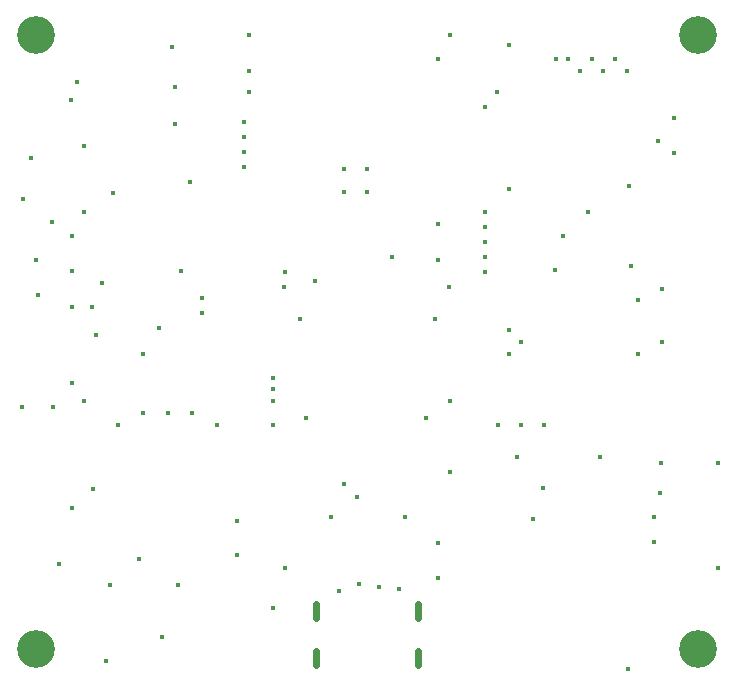
<source format=gbr>
G04 PROTEUS GERBER X2 FILE*
%TF.GenerationSoftware,Labcenter,Proteus,8.17-SP5-Build39395*%
%TF.CreationDate,2024-11-13T15:27:42+00:00*%
%TF.FileFunction,Plated,1,2,PTH*%
%TF.FilePolarity,Positive*%
%TF.Part,Single*%
%TF.SameCoordinates,{0a1d241a-e0a6-4a76-8978-5e44ef8297c2}*%
%FSLAX45Y45*%
%MOMM*%
G01*
%TA.AperFunction,ViaDrill*%
%ADD164C,0.381000*%
%TA.AperFunction,ComponentDrill*%
%ADD165C,0.600000*%
%TA.AperFunction,OtherDrill,Unknown*%
%ADD166C,0.381000*%
%ADD167C,3.200000*%
%TD.AperFunction*%
D164*
X-7939907Y+5384997D03*
X-7940252Y+5511980D03*
X-8300234Y+4272345D03*
X-8300122Y+4144942D03*
X-8800000Y+3300000D03*
X-8800000Y+3800000D03*
X-8398114Y+5257935D03*
X-9700000Y+4600000D03*
X-5899936Y+4623438D03*
X-9300000Y+5000000D03*
X-4800000Y+6300000D03*
X-5900000Y+5893081D03*
X-6900000Y+5170000D03*
X-6900000Y+5370000D03*
X-7600273Y+4368634D03*
X-7100000Y+5170000D03*
X-7100000Y+5370000D03*
X-5000000Y+6300000D03*
X-5900268Y+4876823D03*
X-9300000Y+5560000D03*
X-5200000Y+6300000D03*
X-8640000Y+1400000D03*
X-9509072Y+2024082D03*
X-7599158Y+4496077D03*
X-5412946Y+2669540D03*
X-7100000Y+2700000D03*
X-6400000Y+3260000D03*
X-6990286Y+2589199D03*
X-5500000Y+2400000D03*
X-9300000Y+3400000D03*
X-9225712Y+4200452D03*
X-9147318Y+4400097D03*
X-7940155Y+5639069D03*
X-9400000Y+4200000D03*
X-9400000Y+4500000D03*
X-9400000Y+4800000D03*
X-9812491Y+5113161D03*
X-9360000Y+6100000D03*
X-5100000Y+6200000D03*
X-4900000Y+6200000D03*
X-5900000Y+4750000D03*
X-5900489Y+4495974D03*
X-4700000Y+6200000D03*
X-4610000Y+3800000D03*
X-6327783Y+4099684D03*
X-5400000Y+3200000D03*
X-5600000Y+3900000D03*
X-5700000Y+5200000D03*
X-5790000Y+3200000D03*
X-5700000Y+4000000D03*
X-5600000Y+3200000D03*
X-5700000Y+3800000D03*
X-5900000Y+5004000D03*
X-7700000Y+3600000D03*
X-4402318Y+3898946D03*
X-4402447Y+4349596D03*
X-4664053Y+4543324D03*
X-7939864Y+5765983D03*
X-4610000Y+4261362D03*
X-5241263Y+4798737D03*
X-4440000Y+5600000D03*
X-4420000Y+2620000D03*
X-5313169Y+4509120D03*
X-6200000Y+2800000D03*
X-6200000Y+3402711D03*
X-8500000Y+1840000D03*
X-9080002Y+1840000D03*
X-9400000Y+2500000D03*
X-9400000Y+3552861D03*
X-7700000Y+3500000D03*
X-8590000Y+3300000D03*
X-7700000Y+3400000D03*
X-8380000Y+3300000D03*
X-7700000Y+3200000D03*
X-9010000Y+3200000D03*
X-9200000Y+3963845D03*
X-8170000Y+3200000D03*
X-7600000Y+1990000D03*
X-7700000Y+1650000D03*
X-4300000Y+5500000D03*
X-5030000Y+5000000D03*
X-7344572Y+4420036D03*
X-6690000Y+4620000D03*
X-6973453Y+1851247D03*
X-6803120Y+1826880D03*
X-6300000Y+1900000D03*
X-4470000Y+2210000D03*
X-6630000Y+1810000D03*
X-7140000Y+1790000D03*
X-7900000Y+6500000D03*
X-6206739Y+4370000D03*
X-6300000Y+4600000D03*
X-6300000Y+4902540D03*
X-6300000Y+6300000D03*
X-6200000Y+6500000D03*
X-7900000Y+6200000D03*
X-5700000Y+6420000D03*
D165*
X-7333270Y+1283000D02*
X-7330730Y+1283000D01*
X-7330730Y+1163000D01*
X-7333270Y+1163000D01*
X-7333270Y+1283000D01*
X-7333270Y+1682990D02*
X-7330730Y+1682990D01*
X-7330730Y+1562990D01*
X-7333270Y+1562990D01*
X-7333270Y+1682990D01*
X-6469270Y+1682988D02*
X-6466730Y+1682988D01*
X-6466730Y+1562988D01*
X-6469270Y+1562988D01*
X-6469270Y+1682988D01*
X-6469270Y+1283000D02*
X-6466730Y+1283000D01*
X-6466730Y+1163000D01*
X-6469270Y+1163000D01*
X-6469270Y+1283000D01*
D166*
X-8000000Y+2100000D03*
X-8835612Y+2061008D03*
X-7900000Y+6020000D03*
X-6580000Y+2420000D03*
X-7210000Y+2420000D03*
D167*
X-9700000Y+1300000D03*
X-9700000Y+6500000D03*
X-4100000Y+6500000D03*
X-4100000Y+1300000D03*
D166*
X-9110000Y+1200000D03*
X-8000000Y+2390000D03*
X-9690920Y+4301060D03*
X-9562760Y+3353050D03*
X-9570000Y+4921060D03*
X-9821840Y+3353050D03*
X-7470000Y+4100000D03*
X-8480000Y+4500000D03*
X-8660000Y+4020000D03*
X-9220000Y+2660000D03*
X-8530000Y+5750000D03*
X-8530000Y+6060000D03*
X-9410000Y+5953940D03*
X-9750000Y+5460000D03*
X-9050000Y+5160000D03*
X-4930000Y+2930000D03*
X-3930000Y+1990000D03*
X-4410000Y+2880000D03*
X-4470000Y+2420000D03*
X-6300000Y+2200000D03*
X-5630000Y+2930000D03*
X-8550000Y+6400000D03*
X-5300000Y+6300000D03*
X-5800000Y+6020000D03*
X-4690000Y+1130000D03*
X-3930000Y+2880000D03*
X-4300000Y+5800000D03*
X-7420000Y+3260000D03*
X-4680000Y+5220000D03*
M02*

</source>
